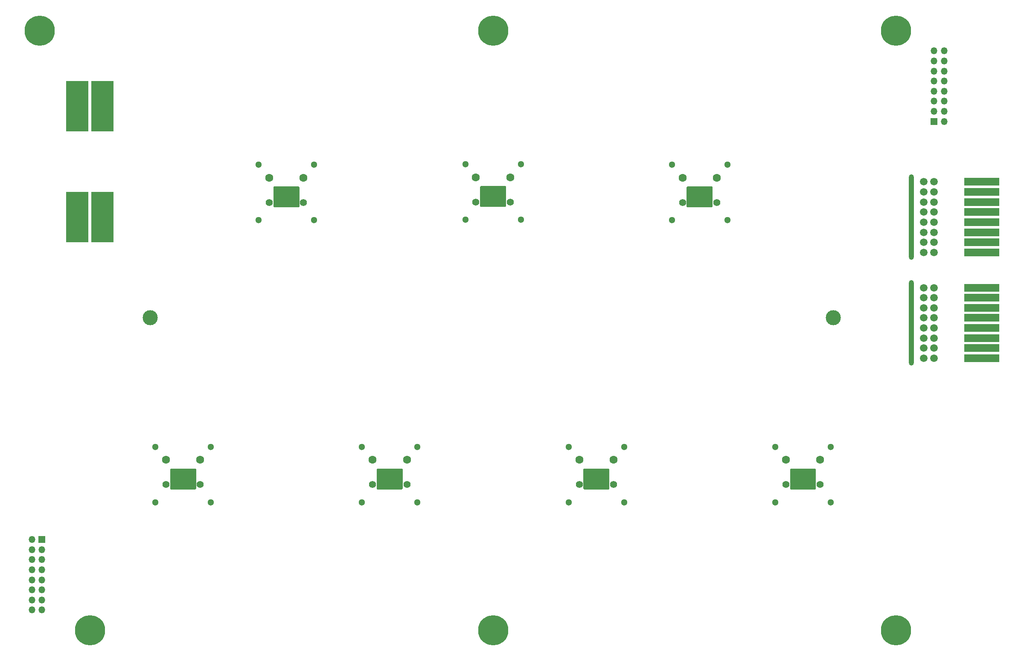
<source format=gbr>
%TF.GenerationSoftware,KiCad,Pcbnew,(6.0.1)*%
%TF.CreationDate,2022-11-16T23:08:11+09:00*%
%TF.ProjectId,iidx-refine-xsw,69696478-2d72-4656-9669-6e652d787377,rev?*%
%TF.SameCoordinates,Original*%
%TF.FileFunction,Soldermask,Top*%
%TF.FilePolarity,Negative*%
%FSLAX46Y46*%
G04 Gerber Fmt 4.6, Leading zero omitted, Abs format (unit mm)*
G04 Created by KiCad (PCBNEW (6.0.1)) date 2022-11-16 23:08:11*
%MOMM*%
%LPD*%
G01*
G04 APERTURE LIST*
%ADD10C,6.000000*%
%ADD11C,1.500000*%
%ADD12R,7.000000X1.500000*%
%ADD13C,1.300000*%
%ADD14O,0.300000X4.100000*%
%ADD15O,2.000000X4.100000*%
%ADD16O,5.100000X0.300000*%
%ADD17O,5.100000X4.100000*%
%ADD18C,1.600000*%
%ADD19C,1.400000*%
%ADD20R,4.500000X10.000000*%
%ADD21O,1.000000X17.000000*%
%ADD22C,3.000000*%
%ADD23R,1.350000X1.350000*%
%ADD24O,1.350000X1.350000*%
G04 APERTURE END LIST*
D10*
%TO.C,MH3*%
X215000000Y-139000000D03*
%TD*%
%TO.C,MH2*%
X135000000Y-139000000D03*
%TD*%
%TO.C,MH1*%
X55000000Y-139000000D03*
%TD*%
%TO.C,MH4*%
X215000000Y-20000000D03*
%TD*%
%TO.C,MH5*%
X135000000Y-20000000D03*
%TD*%
%TO.C,MH6*%
X45000000Y-20000000D03*
%TD*%
D11*
%TO.C,J2*%
X220500000Y-50000000D03*
D12*
X232000000Y-50000000D03*
D11*
X222500000Y-50000000D03*
X220500000Y-52000000D03*
D12*
X232000000Y-52000000D03*
D11*
X222500000Y-52000000D03*
X220500000Y-54000000D03*
D12*
X232000000Y-54000000D03*
D11*
X222500000Y-54000000D03*
D12*
X232000000Y-56000000D03*
D11*
X220500000Y-56000000D03*
X222500000Y-56000000D03*
D12*
X232000000Y-58000000D03*
D11*
X220500000Y-58000000D03*
X222500000Y-58000000D03*
D12*
X232000000Y-60000000D03*
D11*
X220500000Y-60000000D03*
X222500000Y-60000000D03*
X220500000Y-62000000D03*
D12*
X232000000Y-62000000D03*
D11*
X222500000Y-62000000D03*
D12*
X232000000Y-64000000D03*
D11*
X220500000Y-64000000D03*
X222500000Y-64000000D03*
%TD*%
D13*
%TO.C,SW1*%
X68000000Y-113600000D03*
D14*
X71100000Y-109000000D03*
D15*
X75050000Y-109000000D03*
D16*
X73500000Y-107100000D03*
D15*
X71950000Y-109000000D03*
D17*
X73500000Y-109000000D03*
D16*
X73500000Y-110900000D03*
D13*
X79000000Y-102600000D03*
X78999992Y-113599836D03*
X67999992Y-102599836D03*
D14*
X75900000Y-109000000D03*
D18*
X76900000Y-105200000D03*
X70099992Y-105199836D03*
D19*
X70099992Y-110099836D03*
X76900000Y-110100000D03*
%TD*%
D15*
%TO.C,SW4*%
X133450000Y-52900000D03*
D13*
X129500000Y-57500000D03*
X140500000Y-46500000D03*
D14*
X137400000Y-52900000D03*
D13*
X129499992Y-46499836D03*
D16*
X135000000Y-54800000D03*
D15*
X136550000Y-52900000D03*
D16*
X135000000Y-51000000D03*
D17*
X135000000Y-52900000D03*
D14*
X132600000Y-52900000D03*
D13*
X140499992Y-57499836D03*
D18*
X131599992Y-49099836D03*
X138400000Y-49100000D03*
D19*
X131599992Y-53999836D03*
X138400000Y-54000000D03*
%TD*%
D20*
%TO.C,SW9*%
X52500000Y-57000000D03*
X57500000Y-57000000D03*
%TD*%
D14*
%TO.C,SW2*%
X96400000Y-53000000D03*
D16*
X94000000Y-54900000D03*
D13*
X99499992Y-57599836D03*
D15*
X95550000Y-53000000D03*
D13*
X88499992Y-46599836D03*
X88500000Y-57600000D03*
D17*
X94000000Y-53000000D03*
D14*
X91600000Y-53000000D03*
D13*
X99500000Y-46600000D03*
D15*
X92450000Y-53000000D03*
D16*
X94000000Y-51100000D03*
D18*
X97400000Y-49200000D03*
X90599992Y-49199836D03*
D19*
X90599992Y-54099836D03*
X97400000Y-54100000D03*
%TD*%
D12*
%TO.C,J1*%
X232000000Y-71000000D03*
D11*
X220500000Y-71000000D03*
X222500000Y-71000000D03*
D12*
X232000000Y-73000000D03*
D11*
X220500000Y-73000000D03*
X222500000Y-73000000D03*
X220500000Y-75000000D03*
D12*
X232000000Y-75000000D03*
D11*
X222500000Y-75000000D03*
D12*
X232000000Y-77000000D03*
D11*
X220500000Y-77000000D03*
X222500000Y-77000000D03*
X220500000Y-79000000D03*
D12*
X232000000Y-79000000D03*
D11*
X222500000Y-79000000D03*
D12*
X232000000Y-81000000D03*
D11*
X220500000Y-81000000D03*
X222500000Y-81000000D03*
X220500000Y-83000000D03*
D12*
X232000000Y-83000000D03*
D11*
X222500000Y-83000000D03*
D12*
X232000000Y-85000000D03*
D11*
X220500000Y-85000000D03*
X222500000Y-85000000D03*
%TD*%
D20*
%TO.C,SW8*%
X52500000Y-35000000D03*
X57500000Y-35000000D03*
%TD*%
D21*
%TO.C,*%
X218000000Y-57000000D03*
%TD*%
%TO.C,*%
X218000000Y-78000000D03*
%TD*%
D16*
%TO.C,SW6*%
X176000000Y-54900000D03*
X176000000Y-51100000D03*
D15*
X174450000Y-53000000D03*
D13*
X170500000Y-57600000D03*
D14*
X178400000Y-53000000D03*
X173600000Y-53000000D03*
D13*
X170499992Y-46599836D03*
X181500000Y-46600000D03*
X181499992Y-57599836D03*
D15*
X177550000Y-53000000D03*
D17*
X176000000Y-53000000D03*
D18*
X172599992Y-49199836D03*
X179400000Y-49200000D03*
D19*
X179400000Y-54100000D03*
X172599992Y-54099836D03*
%TD*%
D14*
%TO.C,SW7*%
X198900000Y-109000000D03*
D13*
X202000000Y-102600000D03*
D14*
X194100000Y-109000000D03*
D13*
X190999992Y-102599836D03*
D16*
X196500000Y-107100000D03*
D15*
X198050000Y-109000000D03*
X194950000Y-109000000D03*
D13*
X201999992Y-113599836D03*
D17*
X196500000Y-109000000D03*
D16*
X196500000Y-110900000D03*
D13*
X191000000Y-113600000D03*
D18*
X193099992Y-105199836D03*
X199900000Y-105200000D03*
D19*
X199900000Y-110100000D03*
X193099992Y-110099836D03*
%TD*%
D15*
%TO.C,SW3*%
X112950000Y-109000000D03*
D14*
X112100000Y-109000000D03*
D13*
X120000000Y-102600000D03*
D15*
X116050000Y-109000000D03*
D16*
X114500000Y-107100000D03*
X114500000Y-110900000D03*
D14*
X116900000Y-109000000D03*
D13*
X108999992Y-102599836D03*
D17*
X114500000Y-109000000D03*
D13*
X109000000Y-113600000D03*
X119999992Y-113599836D03*
D18*
X117900000Y-105200000D03*
X111099992Y-105199836D03*
D19*
X111099992Y-110099836D03*
X117900000Y-110100000D03*
%TD*%
D22*
%TO.C,MH8*%
X67000000Y-77000000D03*
%TD*%
D14*
%TO.C,SW5*%
X153100000Y-109000000D03*
D13*
X160999992Y-113599836D03*
X150000000Y-113600000D03*
X149999992Y-102599836D03*
X161000000Y-102600000D03*
D15*
X153950000Y-109000000D03*
D17*
X155500000Y-109000000D03*
D15*
X157050000Y-109000000D03*
D14*
X157900000Y-109000000D03*
D16*
X155500000Y-110900000D03*
X155500000Y-107100000D03*
D18*
X158900000Y-105200000D03*
X152099992Y-105199836D03*
D19*
X158900000Y-110100000D03*
X152099992Y-110099836D03*
%TD*%
D22*
%TO.C,MH7*%
X202500000Y-77000000D03*
%TD*%
D23*
%TO.C,J2*%
X222500000Y-38000000D03*
D24*
X224500000Y-38000000D03*
X222500000Y-36000000D03*
X224500000Y-36000000D03*
X222500000Y-34000000D03*
X224500000Y-34000000D03*
X222500000Y-32000000D03*
X224500000Y-32000000D03*
X222500000Y-30000000D03*
X224500000Y-30000000D03*
X222500000Y-28000000D03*
X224500000Y-28000000D03*
X222500000Y-26000000D03*
X224500000Y-26000000D03*
X222500000Y-24000000D03*
X224500000Y-24000000D03*
%TD*%
D23*
%TO.C,J1*%
X45500000Y-121000000D03*
D24*
X43500000Y-121000000D03*
X45500000Y-123000000D03*
X43500000Y-123000000D03*
X45500000Y-125000000D03*
X43500000Y-125000000D03*
X45500000Y-127000000D03*
X43500000Y-127000000D03*
X45500000Y-129000000D03*
X43500000Y-129000000D03*
X45500000Y-131000000D03*
X43500000Y-131000000D03*
X45500000Y-133000000D03*
X43500000Y-133000000D03*
X45500000Y-135000000D03*
X43500000Y-135000000D03*
%TD*%
M02*

</source>
